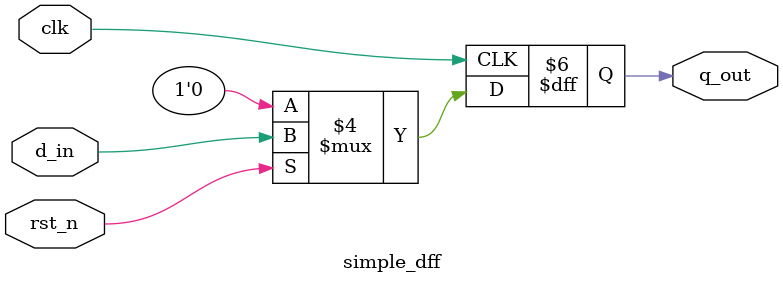
<source format=v>
module simple_dff (
    input wire clk,
    input wire rst_n,
    input wire d_in,
    output reg q_out
);
    always @(posedge clk) begin
        if (!rst_n) begin
            q_out <= 1'b0;
        end else begin
            q_out <= d_in;
        end
    end
endmodule

</source>
